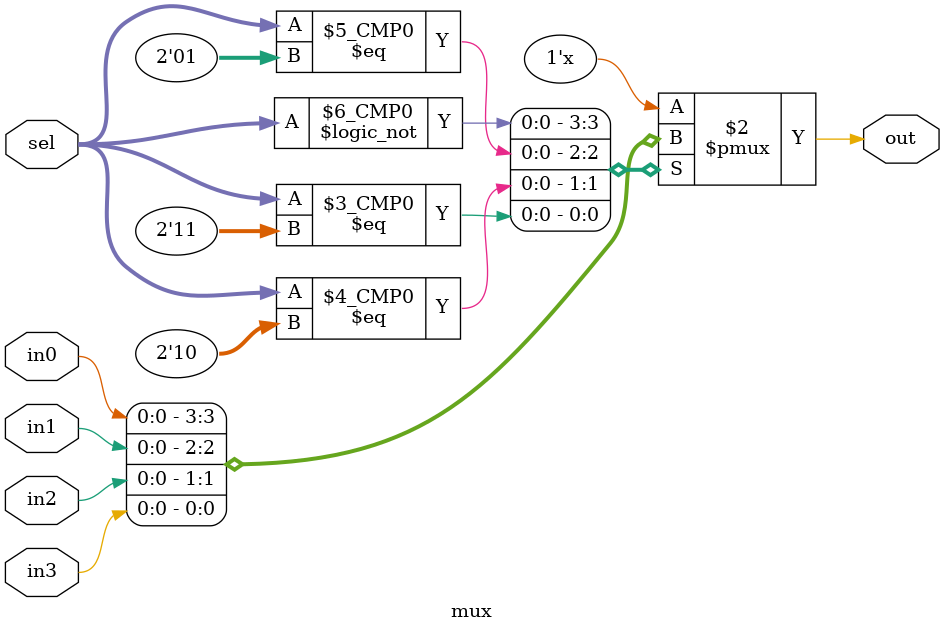
<source format=v>
module mux(
    input in0,
    input in1,
    input in2,
    input in3,
    input [1:0] sel,
    output reg out
);

    always@(*) begin
        case(sel)
            2'b00: out <= in0;
            2'b01: out <= in1;
            2'b10: out <= in2;
            2'b11: out <= in3;
        endcase
    end



endmodule
</source>
